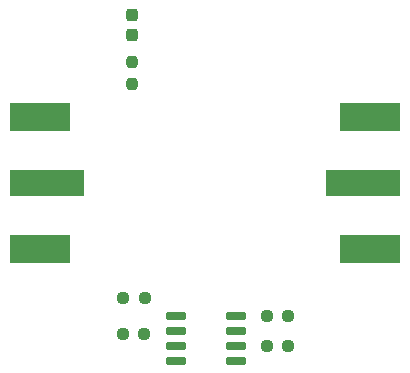
<source format=gbr>
%TF.GenerationSoftware,KiCad,Pcbnew,7.0.7*%
%TF.CreationDate,2023-11-07T19:32:12-06:00*%
%TF.ProjectId,TIAs,54494173-2e6b-4696-9361-645f70636258,rev?*%
%TF.SameCoordinates,Original*%
%TF.FileFunction,Paste,Top*%
%TF.FilePolarity,Positive*%
%FSLAX46Y46*%
G04 Gerber Fmt 4.6, Leading zero omitted, Abs format (unit mm)*
G04 Created by KiCad (PCBNEW 7.0.7) date 2023-11-07 19:32:12*
%MOMM*%
%LPD*%
G01*
G04 APERTURE LIST*
G04 Aperture macros list*
%AMRoundRect*
0 Rectangle with rounded corners*
0 $1 Rounding radius*
0 $2 $3 $4 $5 $6 $7 $8 $9 X,Y pos of 4 corners*
0 Add a 4 corners polygon primitive as box body*
4,1,4,$2,$3,$4,$5,$6,$7,$8,$9,$2,$3,0*
0 Add four circle primitives for the rounded corners*
1,1,$1+$1,$2,$3*
1,1,$1+$1,$4,$5*
1,1,$1+$1,$6,$7*
1,1,$1+$1,$8,$9*
0 Add four rect primitives between the rounded corners*
20,1,$1+$1,$2,$3,$4,$5,0*
20,1,$1+$1,$4,$5,$6,$7,0*
20,1,$1+$1,$6,$7,$8,$9,0*
20,1,$1+$1,$8,$9,$2,$3,0*%
G04 Aperture macros list end*
%ADD10RoundRect,0.150000X-0.725000X-0.150000X0.725000X-0.150000X0.725000X0.150000X-0.725000X0.150000X0*%
%ADD11RoundRect,0.237500X0.250000X0.237500X-0.250000X0.237500X-0.250000X-0.237500X0.250000X-0.237500X0*%
%ADD12RoundRect,0.237500X-0.237500X0.287500X-0.237500X-0.287500X0.237500X-0.287500X0.237500X0.287500X0*%
%ADD13RoundRect,0.237500X-0.250000X-0.237500X0.250000X-0.237500X0.250000X0.237500X-0.250000X0.237500X0*%
%ADD14R,6.350000X2.286000*%
%ADD15R,5.080000X2.413000*%
%ADD16RoundRect,0.237500X0.237500X-0.250000X0.237500X0.250000X-0.237500X0.250000X-0.237500X-0.250000X0*%
G04 APERTURE END LIST*
D10*
%TO.C,U1*%
X88255400Y-90601800D03*
X88255400Y-91871800D03*
X88255400Y-93141800D03*
X88255400Y-94411800D03*
X93405400Y-94411800D03*
X93405400Y-93141800D03*
X93405400Y-91871800D03*
X93405400Y-90601800D03*
%TD*%
D11*
%TO.C,R1*%
X85596100Y-92202000D03*
X83771100Y-92202000D03*
%TD*%
D12*
%TO.C,D3*%
X84582000Y-65114200D03*
X84582000Y-66864200D03*
%TD*%
D13*
%TO.C,R2*%
X83821900Y-89103200D03*
X85646900Y-89103200D03*
%TD*%
D14*
%TO.C,Conn3*%
X104114600Y-79400400D03*
D15*
X104749600Y-84988400D03*
X104749600Y-73812400D03*
%TD*%
D11*
%TO.C,R5*%
X97799500Y-90627200D03*
X95974500Y-90627200D03*
%TD*%
D13*
%TO.C,R3*%
X95963100Y-93167200D03*
X97788100Y-93167200D03*
%TD*%
D14*
%TO.C,Conn2*%
X77393800Y-79349600D03*
D15*
X76758800Y-73761600D03*
X76758800Y-84937600D03*
%TD*%
D16*
%TO.C,R4*%
X84582000Y-70965700D03*
X84582000Y-69140700D03*
%TD*%
M02*

</source>
